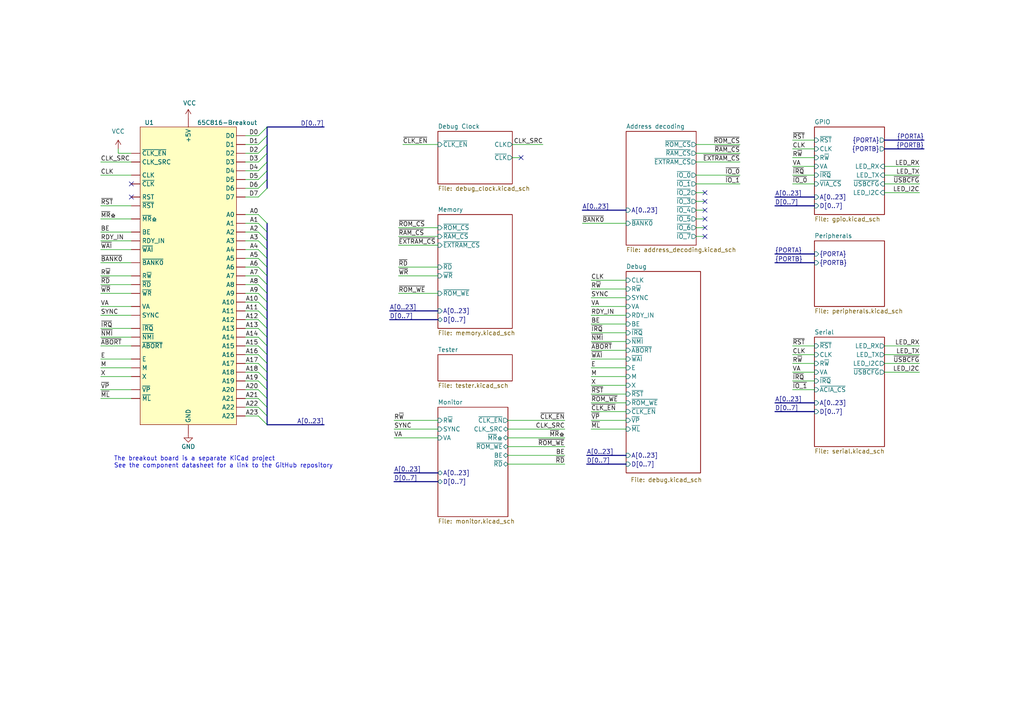
<source format=kicad_sch>
(kicad_sch (version 20211123) (generator eeschema)
  (paper "A4")
  (title_block (title "BB816 Homebrew Computer") (date "2023-05-23") (rev "A.32") (comment 2 "https://github.com/adrienkohlbecker/BB816") (comment 3 "Licensed under CERN-OHL-W v2") (comment 4 "Copyright © 2022-2023 Adrien Kohlbecker"))
  (lib_symbols
    (symbol "65C816:65C816-Breakout"
      (property "Reference" "U" (at -12.7 44.45 0))
      (property "Value" "65C816-Breakout" (at 12.7 44.45 0))
      (symbol "65C816-Breakout_0_1"
        (rectangle (start -13.97 43.18) (end 13.97 -43.18) (fill (type background)))
      )
      (symbol "65C816-Breakout_1_1"
        (pin power_out line (at 0 45.72 270) (length 2.54) (name "+5V") (number ""))
        (pin tri_state line (at 16.51 17.78 180) (length 2.54) (name "A0") (number ""))
        (pin tri_state line (at 16.51 15.24 180) (length 2.54) (name "A1") (number ""))
        (pin tri_state line (at 16.51 -7.62 180) (length 2.54) (name "A10") (number ""))
        (pin tri_state line (at 16.51 -10.16 180) (length 2.54) (name "A11") (number ""))
        (pin tri_state line (at 16.51 -12.7 180) (length 2.54) (name "A12") (number ""))
        (pin tri_state line (at 16.51 -15.24 180) (length 2.54) (name "A13") (number ""))
        (pin tri_state line (at 16.51 -17.78 180) (length 2.54) (name "A14") (number ""))
        (pin tri_state line (at 16.51 -20.32 180) (length 2.54) (name "A15") (number ""))
        (pin bidirectional line (at 16.51 -22.86 180) (length 2.54) (name "A16") (number ""))
        (pin bidirectional line (at 16.51 -25.4 180) (length 2.54) (name "A17") (number ""))
        (pin bidirectional line (at 16.51 -27.94 180) (length 2.54) (name "A18") (number ""))
        (pin bidirectional line (at 16.51 -30.48 180) (length 2.54) (name "A19") (number ""))
        (pin tri_state line (at 16.51 12.7 180) (length 2.54) (name "A2") (number ""))
        (pin bidirectional line (at 16.51 -33.02 180) (length 2.54) (name "A20") (number ""))
        (pin bidirectional line (at 16.51 -35.56 180) (length 2.54) (name "A21") (number ""))
        (pin bidirectional line (at 16.51 -38.1 180) (length 2.54) (name "A22") (number ""))
        (pin bidirectional line (at 16.51 -40.64 180) (length 2.54) (name "A23") (number ""))
        (pin tri_state line (at 16.51 10.16 180) (length 2.54) (name "A3") (number ""))
        (pin tri_state line (at 16.51 7.62 180) (length 2.54) (name "A4") (number ""))
        (pin tri_state line (at 16.51 5.08 180) (length 2.54) (name "A5") (number ""))
        (pin tri_state line (at 16.51 2.54 180) (length 2.54) (name "A6") (number ""))
        (pin tri_state line (at 16.51 0 180) (length 2.54) (name "A7") (number ""))
        (pin tri_state line (at 16.51 -2.54 180) (length 2.54) (name "A8") (number ""))
        (pin tri_state line (at 16.51 -5.08 180) (length 2.54) (name "A9") (number ""))
        (pin input line (at -16.51 12.7 0) (length 2.54) (name "BE") (number ""))
        (pin output line (at -16.51 29.21 0) (length 2.54) (name "CLK") (number ""))
        (pin bidirectional line (at -16.51 33.02 0) (length 2.54) (name "CLK_SRC") (number ""))
        (pin bidirectional line (at 16.51 40.64 180) (length 2.54) (name "D0") (number ""))
        (pin bidirectional line (at 16.51 38.1 180) (length 2.54) (name "D1") (number ""))
        (pin bidirectional line (at 16.51 35.56 180) (length 2.54) (name "D2") (number ""))
        (pin bidirectional line (at 16.51 33.02 180) (length 2.54) (name "D3") (number ""))
        (pin bidirectional line (at 16.51 30.48 180) (length 2.54) (name "D4") (number ""))
        (pin bidirectional line (at 16.51 27.94 180) (length 2.54) (name "D5") (number ""))
        (pin bidirectional line (at 16.51 25.4 180) (length 2.54) (name "D6") (number ""))
        (pin bidirectional line (at 16.51 22.86 180) (length 2.54) (name "D7") (number ""))
        (pin output line (at -16.51 -24.13 0) (length 2.54) (name "E") (number ""))
        (pin power_out line (at 0 -45.72 90) (length 2.54) (name "GND") (number ""))
        (pin output line (at -16.51 -26.67 0) (length 2.54) (name "M") (number ""))
        (pin input line (at -16.51 10.16 0) (length 2.54) (name "RDY_IN") (number ""))
        (pin output line (at -16.51 22.86 0) (length 2.54) (name "RST") (number ""))
        (pin bidirectional line (at -16.51 0 0) (length 2.54) (name "R~{W}") (number ""))
        (pin output line (at -16.51 -11.43 0) (length 2.54) (name "SYNC") (number ""))
        (pin tri_state line (at -16.51 -8.89 0) (length 2.54) (name "VA") (number ""))
        (pin output line (at -16.51 -29.21 0) (length 2.54) (name "X") (number ""))
        (pin input line (at -16.51 -20.32 0) (length 2.54) (name "~{ABORT}") (number ""))
        (pin output line (at -16.51 3.81 0) (length 2.54) (name "~{BANK0}") (number ""))
        (pin input line (at -16.51 35.56 0) (length 2.54) (name "~{CLK_EN}") (number ""))
        (pin output line (at -16.51 26.67 0) (length 2.54) (name "~{CLK}") (number ""))
        (pin input line (at -16.51 -15.24 0) (length 2.54) (name "~{IRQ}") (number ""))
        (pin output line (at -16.51 -35.56 0) (length 2.54) (name "~{ML}") (number ""))
        (pin open_collector line (at -16.51 16.51 0) (length 2.54) (name "~{MR}⎒") (number ""))
        (pin input line (at -16.51 -17.78 0) (length 2.54) (name "~{NMI}") (number ""))
        (pin tri_state line (at -16.51 -2.54 0) (length 2.54) (name "~{RD}") (number ""))
        (pin output line (at -16.51 20.32 0) (length 2.54) (name "~{RST}") (number ""))
        (pin output line (at -16.51 -33.02 0) (length 2.54) (name "~{VP}") (number ""))
        (pin output line (at -16.51 7.62 0) (length 2.54) (name "~{WAI}") (number ""))
        (pin tri_state line (at -16.51 -5.08 0) (length 2.54) (name "~{WR}") (number ""))
      )
    )
    (symbol "power:GND" (power) (pin_names (offset 0))
      (property "Value" "GND" (at 0 -3.81 0))
      (symbol "GND_0_1"
        (polyline (pts (xy 0 0) (xy 0 -1.27) (xy 1.27 -1.27) (xy 0 -2.54) (xy -1.27 -1.27) (xy 0 -1.27)))
      )
      (symbol "GND_1_1"
        (pin power_in line (at 0 0 270) (length 0) hide (name "GND") (number "1"))
      )
    )
    (symbol "power:VCC" (power) (pin_names (offset 0))
      (property "Value" "VCC" (at 0 3.81 0))
      (symbol "VCC_0_1"
        (polyline (pts (xy -0.762 1.27) (xy 0 2.54)))
        (polyline (pts (xy 0 0) (xy 0 2.54)))
        (polyline (pts (xy 0 2.54) (xy 0.762 1.27)))
      )
      (symbol "VCC_1_1"
        (pin power_in line (at 0 0 90) (length 0) hide (name "VCC") (number "1"))
      )
    )
  )
  (no_connect (at 38.1 53.34))
  (no_connect (at 204.47 55.88))
  (no_connect (at 204.47 60.96))
  (no_connect (at 204.47 63.5))
  (no_connect (at 204.47 66.04))
  (no_connect (at 204.47 68.58))
  (no_connect (at 204.47 58.42))
  (no_connect (at 38.1 57.15))
  (no_connect (at 151.13 45.72))
  (bus_entry (at 77.47 105.41) (size -2.54 -2.54))
  (bus_entry (at 77.47 80.01) (size -2.54 -2.54))
  (bus_entry (at 77.47 54.61) (size -2.54 2.54))
  (bus_entry (at 77.47 118.11) (size -2.54 -2.54))
  (bus_entry (at 77.47 85.09) (size -2.54 -2.54))
  (bus_entry (at 77.47 67.31) (size -2.54 -2.54))
  (bus_entry (at 77.47 110.49) (size -2.54 -2.54))
  (bus_entry (at 77.47 49.53) (size -2.54 2.54))
  (bus_entry (at 77.47 74.93) (size -2.54 -2.54))
  (bus_entry (at 77.47 100.33) (size -2.54 -2.54))
  (bus_entry (at 77.47 69.85) (size -2.54 -2.54))
  (bus_entry (at 77.47 44.45) (size -2.54 2.54))
  (bus_entry (at 77.47 97.79) (size -2.54 -2.54))
  (bus_entry (at 77.47 41.91) (size -2.54 2.54))
  (bus_entry (at 77.47 87.63) (size -2.54 -2.54))
  (bus_entry (at 77.47 107.95) (size -2.54 -2.54))
  (bus_entry (at 77.47 64.77) (size -2.54 -2.54))
  (bus_entry (at 77.47 120.65) (size -2.54 -2.54))
  (bus_entry (at 77.47 113.03) (size -2.54 -2.54))
  (bus_entry (at 77.47 102.87) (size -2.54 -2.54))
  (bus_entry (at 77.47 36.83) (size -2.54 2.54))
  (bus_entry (at 77.47 82.55) (size -2.54 -2.54))
  (bus_entry (at 77.47 123.19) (size -2.54 -2.54))
  (bus_entry (at 77.47 46.99) (size -2.54 2.54))
  (bus_entry (at 77.47 90.17) (size -2.54 -2.54))
  (bus_entry (at 77.47 72.39) (size -2.54 -2.54))
  (bus_entry (at 77.47 92.71) (size -2.54 -2.54))
  (bus_entry (at 77.47 95.25) (size -2.54 -2.54))
  (bus_entry (at 77.47 115.57) (size -2.54 -2.54))
  (bus_entry (at 77.47 77.47) (size -2.54 -2.54))
  (bus_entry (at 77.47 39.37) (size -2.54 2.54))
  (bus_entry (at 77.47 52.07) (size -2.54 2.54))
  (wire (pts (xy 71.12 102.87) (xy 74.93 102.87)))
  (wire (pts (xy 71.12 54.61) (xy 74.93 54.61)))
  (wire (pts (xy 171.45 99.06) (xy 181.61 99.06)))
  (wire (pts (xy 71.12 41.91) (xy 74.93 41.91)))
  (wire (pts (xy 147.32 134.62) (xy 163.83 134.62)))
  (bus (pts (xy 113.03 90.17) (xy 127 90.17)))
  (wire (pts (xy 201.93 60.96) (xy 204.47 60.96)))
  (wire (pts (xy 171.45 106.68) (xy 181.61 106.68)))
  (wire (pts (xy 38.1 97.79) (xy 29.21 97.79)))
  (wire (pts (xy 71.12 90.17) (xy 74.93 90.17)))
  (bus (pts (xy 77.47 113.03) (xy 77.47 115.57)))
  (wire (pts (xy 115.57 77.47) (xy 127 77.47)))
  (wire (pts (xy 34.29 43.18) (xy 34.29 44.45)))
  (wire (pts (xy 201.93 63.5) (xy 204.47 63.5)))
  (wire (pts (xy 71.12 113.03) (xy 74.93 113.03)))
  (wire (pts (xy 229.87 40.64) (xy 236.22 40.64)))
  (wire (pts (xy 229.87 113.03) (xy 236.22 113.03)))
  (bus (pts (xy 77.47 72.39) (xy 77.47 74.93)))
  (wire (pts (xy 71.12 118.11) (xy 74.93 118.11)))
  (bus (pts (xy 77.47 46.99) (xy 77.47 49.53)))
  (wire (pts (xy 171.45 116.84) (xy 181.61 116.84)))
  (wire (pts (xy 29.21 50.8) (xy 38.1 50.8)))
  (wire (pts (xy 71.12 120.65) (xy 74.93 120.65)))
  (wire (pts (xy 71.12 49.53) (xy 74.93 49.53)))
  (bus (pts (xy 77.47 102.87) (xy 77.47 105.41)))
  (wire (pts (xy 38.1 69.85) (xy 29.21 69.85)))
  (wire (pts (xy 256.54 55.88) (xy 266.7 55.88)))
  (wire (pts (xy 201.93 41.91) (xy 214.63 41.91)))
  (wire (pts (xy 181.61 96.52) (xy 171.45 96.52)))
  (bus (pts (xy 77.47 41.91) (xy 77.47 44.45)))
  (wire (pts (xy 256.54 107.95) (xy 266.7 107.95)))
  (wire (pts (xy 229.87 105.41) (xy 236.22 105.41)))
  (bus (pts (xy 77.47 85.09) (xy 77.47 87.63)))
  (bus (pts (xy 77.47 120.65) (xy 77.47 123.19)))
  (bus (pts (xy 77.47 36.83) (xy 77.47 39.37)))
  (wire (pts (xy 29.21 59.69) (xy 38.1 59.69)))
  (bus (pts (xy 224.79 57.15) (xy 236.22 57.15)))
  (wire (pts (xy 114.3 124.46) (xy 127 124.46)))
  (wire (pts (xy 71.12 115.57) (xy 74.93 115.57)))
  (wire (pts (xy 256.54 50.8) (xy 266.7 50.8)))
  (wire (pts (xy 256.54 105.41) (xy 266.7 105.41)))
  (wire (pts (xy 71.12 39.37) (xy 74.93 39.37)))
  (wire (pts (xy 29.21 109.22) (xy 38.1 109.22)))
  (wire (pts (xy 71.12 97.79) (xy 74.93 97.79)))
  (bus (pts (xy 77.47 44.45) (xy 77.47 46.99)))
  (bus (pts (xy 77.47 74.93) (xy 77.47 77.47)))
  (wire (pts (xy 229.87 43.18) (xy 236.22 43.18)))
  (wire (pts (xy 71.12 77.47) (xy 74.93 77.47)))
  (wire (pts (xy 171.45 101.6) (xy 181.61 101.6)))
  (wire (pts (xy 71.12 74.93) (xy 74.93 74.93)))
  (wire (pts (xy 71.12 62.23) (xy 74.93 62.23)))
  (wire (pts (xy 71.12 82.55) (xy 74.93 82.55)))
  (wire (pts (xy 71.12 110.49) (xy 74.93 110.49)))
  (wire (pts (xy 256.54 100.33) (xy 266.7 100.33)))
  (wire (pts (xy 229.87 110.49) (xy 236.22 110.49)))
  (wire (pts (xy 115.57 66.04) (xy 127 66.04)))
  (wire (pts (xy 171.45 121.92) (xy 181.61 121.92)))
  (wire (pts (xy 171.45 88.9) (xy 181.61 88.9)))
  (bus (pts (xy 77.47 82.55) (xy 77.47 85.09)))
  (wire (pts (xy 229.87 45.72) (xy 236.22 45.72)))
  (wire (pts (xy 171.45 83.82) (xy 181.61 83.82)))
  (bus (pts (xy 77.47 80.01) (xy 77.47 82.55)))
  (wire (pts (xy 115.57 80.01) (xy 127 80.01)))
  (bus (pts (xy 77.47 115.57) (xy 77.47 118.11)))
  (wire (pts (xy 29.21 104.14) (xy 38.1 104.14)))
  (wire (pts (xy 71.12 44.45) (xy 74.93 44.45)))
  (wire (pts (xy 71.12 105.41) (xy 74.93 105.41)))
  (bus (pts (xy 77.47 97.79) (xy 77.47 100.33)))
  (wire (pts (xy 71.12 64.77) (xy 74.93 64.77)))
  (wire (pts (xy 71.12 85.09) (xy 74.93 85.09)))
  (wire (pts (xy 29.21 91.44) (xy 38.1 91.44)))
  (bus (pts (xy 256.54 43.18) (xy 267.97 43.18)))
  (wire (pts (xy 171.45 114.3) (xy 181.61 114.3)))
  (wire (pts (xy 71.12 80.01) (xy 74.93 80.01)))
  (wire (pts (xy 29.21 72.39) (xy 38.1 72.39)))
  (wire (pts (xy 71.12 52.07) (xy 74.93 52.07)))
  (wire (pts (xy 171.45 91.44) (xy 181.61 91.44)))
  (wire (pts (xy 201.93 50.8) (xy 214.63 50.8)))
  (wire (pts (xy 148.59 41.91) (xy 157.48 41.91)))
  (wire (pts (xy 256.54 48.26) (xy 266.7 48.26)))
  (bus (pts (xy 93.98 36.83) (xy 77.47 36.83)))
  (wire (pts (xy 29.21 100.33) (xy 38.1 100.33)))
  (bus (pts (xy 113.03 92.71) (xy 127 92.71)))
  (wire (pts (xy 29.21 106.68) (xy 38.1 106.68)))
  (bus (pts (xy 77.47 105.41) (xy 77.47 107.95)))
  (wire (pts (xy 71.12 87.63) (xy 74.93 87.63)))
  (bus (pts (xy 77.47 92.71) (xy 77.47 95.25)))
  (wire (pts (xy 34.29 44.45) (xy 38.1 44.45)))
  (wire (pts (xy 71.12 100.33) (xy 74.93 100.33)))
  (wire (pts (xy 147.32 124.46) (xy 163.83 124.46)))
  (wire (pts (xy 163.83 121.92) (xy 147.32 121.92)))
  (wire (pts (xy 38.1 95.25) (xy 29.21 95.25)))
  (wire (pts (xy 29.21 113.03) (xy 38.1 113.03)))
  (bus (pts (xy 77.47 52.07) (xy 77.47 54.61)))
  (wire (pts (xy 181.61 86.36) (xy 171.45 86.36)))
  (bus (pts (xy 224.79 119.38) (xy 236.22 119.38)))
  (wire (pts (xy 171.45 111.76) (xy 181.61 111.76)))
  (bus (pts (xy 168.91 60.96) (xy 181.61 60.96)))
  (wire (pts (xy 114.3 127) (xy 127 127)))
  (wire (pts (xy 29.21 63.5) (xy 38.1 63.5)))
  (wire (pts (xy 171.45 119.38) (xy 181.61 119.38)))
  (wire (pts (xy 71.12 107.95) (xy 74.93 107.95)))
  (bus (pts (xy 77.47 100.33) (xy 77.47 102.87)))
  (bus (pts (xy 77.47 107.95) (xy 77.47 110.49)))
  (wire (pts (xy 171.45 124.46) (xy 181.61 124.46)))
  (wire (pts (xy 171.45 104.14) (xy 181.61 104.14)))
  (wire (pts (xy 256.54 53.34) (xy 266.7 53.34)))
  (bus (pts (xy 224.79 59.69) (xy 236.22 59.69)))
  (wire (pts (xy 201.93 68.58) (xy 204.47 68.58)))
  (wire (pts (xy 171.45 109.22) (xy 181.61 109.22)))
  (bus (pts (xy 181.61 134.62) (xy 170.18 134.62)))
  (wire (pts (xy 71.12 92.71) (xy 74.93 92.71)))
  (bus (pts (xy 77.47 64.77) (xy 77.47 67.31)))
  (bus (pts (xy 77.47 69.85) (xy 77.47 72.39)))
  (wire (pts (xy 29.21 115.57) (xy 38.1 115.57)))
  (wire (pts (xy 163.83 127) (xy 147.32 127)))
  (wire (pts (xy 114.3 121.92) (xy 127 121.92)))
  (wire (pts (xy 168.91 64.77) (xy 181.61 64.77)))
  (bus (pts (xy 77.47 39.37) (xy 77.47 41.91)))
  (wire (pts (xy 71.12 57.15) (xy 74.93 57.15)))
  (wire (pts (xy 115.57 85.09) (xy 127 85.09)))
  (wire (pts (xy 38.1 46.99) (xy 29.21 46.99)))
  (wire (pts (xy 229.87 100.33) (xy 236.22 100.33)))
  (bus (pts (xy 77.47 118.11) (xy 77.47 120.65)))
  (wire (pts (xy 229.87 50.8) (xy 236.22 50.8)))
  (wire (pts (xy 116.84 41.91) (xy 127 41.91)))
  (bus (pts (xy 114.3 139.7) (xy 127 139.7)))
  (bus (pts (xy 77.47 110.49) (xy 77.47 113.03)))
  (wire (pts (xy 71.12 95.25) (xy 74.93 95.25)))
  (wire (pts (xy 201.93 53.34) (xy 214.63 53.34)))
  (wire (pts (xy 229.87 102.87) (xy 236.22 102.87)))
  (bus (pts (xy 77.47 90.17) (xy 77.47 92.71)))
  (bus (pts (xy 236.22 76.2) (xy 224.79 76.2)))
  (wire (pts (xy 256.54 102.87) (xy 266.7 102.87)))
  (bus (pts (xy 77.47 87.63) (xy 77.47 90.17)))
  (wire (pts (xy 71.12 46.99) (xy 74.93 46.99)))
  (wire (pts (xy 29.21 76.2) (xy 38.1 76.2)))
  (wire (pts (xy 229.87 107.95) (xy 236.22 107.95)))
  (bus (pts (xy 77.47 95.25) (xy 77.47 97.79)))
  (wire (pts (xy 29.21 82.55) (xy 38.1 82.55)))
  (wire (pts (xy 38.1 67.31) (xy 29.21 67.31)))
  (wire (pts (xy 201.93 46.99) (xy 214.63 46.99)))
  (wire (pts (xy 171.45 81.28) (xy 181.61 81.28)))
  (bus (pts (xy 77.47 77.47) (xy 77.47 80.01)))
  (wire (pts (xy 29.21 85.09) (xy 38.1 85.09)))
  (wire (pts (xy 171.45 93.98) (xy 181.61 93.98)))
  (wire (pts (xy 201.93 66.04) (xy 204.47 66.04)))
  (bus (pts (xy 224.79 116.84) (xy 236.22 116.84)))
  (wire (pts (xy 29.21 88.9) (xy 38.1 88.9)))
  (wire (pts (xy 229.87 48.26) (xy 236.22 48.26)))
  (bus (pts (xy 236.22 73.66) (xy 224.79 73.66)))
  (bus (pts (xy 77.47 67.31) (xy 77.47 69.85)))
  (bus (pts (xy 114.3 137.16) (xy 127 137.16)))
  (wire (pts (xy 147.32 129.54) (xy 163.83 129.54)))
  (wire (pts (xy 71.12 67.31) (xy 74.93 67.31)))
  (bus (pts (xy 93.98 123.19) (xy 77.47 123.19)))
  (wire (pts (xy 71.12 69.85) (xy 74.93 69.85)))
  (wire (pts (xy 71.12 72.39) (xy 74.93 72.39)))
  (bus (pts (xy 77.47 49.53) (xy 77.47 52.07)))
  (wire (pts (xy 115.57 68.58) (xy 127 68.58)))
  (wire (pts (xy 151.13 45.72) (xy 148.59 45.72)))
  (wire (pts (xy 147.32 132.08) (xy 163.83 132.08)))
  (bus (pts (xy 256.54 40.64) (xy 267.97 40.64)))
  (wire (pts (xy 201.93 58.42) (xy 204.47 58.42)))
  (bus (pts (xy 170.18 132.08) (xy 181.61 132.08)))
  (wire (pts (xy 201.93 55.88) (xy 204.47 55.88)))
  (wire (pts (xy 29.21 80.01) (xy 38.1 80.01)))
  (wire (pts (xy 115.57 71.12) (xy 127 71.12)))
  (wire (pts (xy 201.93 44.45) (xy 214.63 44.45)))
  (wire (pts (xy 229.87 53.34) (xy 236.22 53.34)))
  (text "The breakout board is a separate KiCad project\nSee the component datasheet for a link to the GitHub repository" (at 33.02 135.89 0) (effects (font (size 1.27 1.27)) (justify left bottom)))
  (label "LED_RX" (at 266.7 48.26 180))
  (label "~{USBCFG}" (at 266.7 53.34 180))
  (label "A8" (at 74.93 82.55 180))
  (label "~{IRQ}" (at 229.87 50.8 0))
  (label "M" (at 29.21 106.68 0))
  (label "~{ROM_WE}" (at 115.57 85.09 0))
  (label "VA" (at 229.87 48.26 0))
  (label "~{EXTRAM_CS}" (at 214.63 46.99 180))
  (label "A[0..23]" (at 114.3 137.16 0))
  (label "R~{W}" (at 114.3 121.92 0))
  (label "A9" (at 74.93 85.09 180))
  (label "D0" (at 74.93 39.37 180))
  (label "D4" (at 74.93 49.53 180))
  (label "D6" (at 74.93 54.61 180))
  (label "A23" (at 74.93 120.65 180))
  (label "A10" (at 74.93 87.63 180))
  (label "CLK" (at 229.87 102.87 0))
  (label "E" (at 171.45 106.68 0))
  (label "~{ROM_CS}" (at 115.57 66.04 0))
  (label "D1" (at 74.93 41.91 180))
  (label "{PORTA}" (at 224.79 73.66 0))
  (label "~{RST}" (at 171.45 114.3 0))
  (label "A5" (at 74.93 74.93 180))
  (label "A[0..23]" (at 224.79 116.84 0))
  (label "R~{W}" (at 229.87 105.41 0))
  (label "~{IO_0}" (at 229.87 53.34 0))
  (label "VA" (at 229.87 107.95 0))
  (label "{PORTB}" (at 267.97 43.18 180))
  (label "M" (at 171.45 109.22 0))
  (label "D[0..7]" (at 93.98 36.83 180))
  (label "~{WAI}" (at 29.21 72.39 0))
  (label "A[0..23]" (at 93.98 123.19 180))
  (label "VA" (at 29.21 88.9 0))
  (label "A[0..23]" (at 113.03 90.17 0))
  (label "A0" (at 74.93 62.23 180))
  (label "LED_TX" (at 266.7 50.8 180))
  (label "D[0..7]" (at 224.79 59.69 0))
  (label "R~{W}" (at 171.45 83.82 0))
  (label "D7" (at 74.93 57.15 180))
  (label "~{RST}" (at 29.21 59.69 0))
  (label "~{WR}" (at 115.57 80.01 0))
  (label "A3" (at 74.93 69.85 180))
  (label "BE" (at 171.45 93.98 0))
  (label "~{RAM_CS}" (at 214.63 44.45 180))
  (label "RDY_IN" (at 29.21 69.85 0))
  (label "A6" (at 74.93 77.47 180))
  (label "R~{W}" (at 29.21 80.01 0))
  (label "{PORTB}" (at 224.79 76.2 0))
  (label "A12" (at 74.93 92.71 180))
  (label "~{VP}" (at 29.21 113.03 0))
  (label "A4" (at 74.93 72.39 180))
  (label "~{RD}" (at 163.83 134.62 180))
  (label "CLK" (at 229.87 43.18 0))
  (label "A11" (at 74.93 90.17 180))
  (label "A20" (at 74.93 113.03 180))
  (label "~{ML}" (at 171.45 124.46 0))
  (label "~{IRQ}" (at 229.87 110.49 0))
  (label "~{ABORT}" (at 29.21 100.33 0))
  (label "LED_I2C" (at 266.7 107.95 180))
  (label "A7" (at 74.93 80.01 180))
  (label "CLK_SRC" (at 29.21 46.99 0))
  (label "SYNC" (at 171.45 86.36 0))
  (label "D[0..7]" (at 224.79 119.38 0))
  (label "A[0..23]" (at 168.91 60.96 0))
  (label "A16" (at 74.93 102.87 180))
  (label "LED_RX" (at 266.7 100.33 180))
  (label "CLK" (at 29.21 50.8 0))
  (label "~{WR}" (at 29.21 85.09 0))
  (label "CLK_SRC" (at 157.48 41.91 180))
  (label "~{RD}" (at 115.57 77.47 0))
  (label "~{IO_1}" (at 229.87 113.03 0))
  (label "CLK" (at 171.45 81.28 0))
  (label "LED_I2C" (at 266.7 55.88 180))
  (label "RDY_IN" (at 171.45 91.44 0))
  (label "~{BANK0}" (at 168.91 64.77 0))
  (label "VA" (at 171.45 88.9 0))
  (label "D[0..7]" (at 113.03 92.71 0))
  (label "~{IRQ}" (at 171.45 96.52 0))
  (label "A17" (at 74.93 105.41 180))
  (label "~{NMI}" (at 29.21 97.79 0))
  (label "A1" (at 74.93 64.77 180))
  (label "A15" (at 74.93 100.33 180))
  (label "~{ROM_WE}" (at 171.45 116.84 0))
  (label "~{EXTRAM_CS}" (at 115.57 71.12 0))
  (label "LED_TX" (at 266.7 102.87 180))
  (label "X" (at 29.21 109.22 0))
  (label "D[0..7]" (at 114.3 139.7 0))
  (label "D5" (at 74.93 52.07 180))
  (label "SYNC" (at 29.21 91.44 0))
  (label "R~{W}" (at 229.87 45.72 0))
  (label "~{ABORT}" (at 171.45 101.6 0))
  (label "~{USBCFG}" (at 266.7 105.41 180))
  (label "E" (at 29.21 104.14 0))
  (label "~{IO_1}" (at 214.63 53.34 180))
  (label "~{CLK_EN}" (at 116.84 41.91 0))
  (label "~{WAI}" (at 171.45 104.14 0))
  (label "~{CLK_EN}" (at 163.83 121.92 180))
  (label "CLK_SRC" (at 163.83 124.46 180))
  (label "{PORTA}" (at 267.97 40.64 180))
  (label "~{VP}" (at 171.45 121.92 0))
  (label "A18" (at 74.93 107.95 180))
  (label "~{RST}" (at 229.87 100.33 0))
  (label "D2" (at 74.93 44.45 180))
  (label "X" (at 171.45 111.76 0))
  (label "~{IRQ}" (at 29.21 95.25 0))
  (label "A2" (at 74.93 67.31 180))
  (label "~{CLK_EN}" (at 171.45 119.38 0))
  (label "A22" (at 74.93 118.11 180))
  (label "BE" (at 163.83 132.08 180))
  (label "~{MR}⎒" (at 29.21 63.5 0))
  (label "A[0..23]" (at 170.18 132.08 0))
  (label "~{ROM_WE}" (at 163.83 129.54 180))
  (label "A14" (at 74.93 97.79 180))
  (label "~{BANK0}" (at 29.21 76.2 0))
  (label "BE" (at 29.21 67.31 0))
  (label "~{RAM_CS}" (at 115.57 68.58 0))
  (label "~{ROM_CS}" (at 214.63 41.91 180))
  (label "SYNC" (at 114.3 124.46 0))
  (label "A13" (at 74.93 95.25 180))
  (label "A19" (at 74.93 110.49 180))
  (label "~{RD}" (at 29.21 82.55 0))
  (label "~{NMI}" (at 171.45 99.06 0))
  (label "~{MR}⎒" (at 163.83 127 180))
  (label "A[0..23]" (at 224.79 57.15 0))
  (label "~{IO_0}" (at 214.63 50.8 180))
  (label "D3" (at 74.93 46.99 180))
  (label "A21" (at 74.93 115.57 180))
  (label "D[0..7]" (at 170.18 134.62 0))
  (label "VA" (at 114.3 127 0))
  (label "~{RST}" (at 229.87 40.64 0))
  (label "~{ML}" (at 29.21 115.57 0))
  (symbol (lib_id "power:VCC") (at 34.29 43.18 0) (unit 1)
    (property "Reference" "#PWR01" (effects hide))
    (property "Value" "VCC" (at 34.29 38.1 0))
  )
  (symbol (lib_id "65C816:65C816-Breakout") (at 54.61 80.01 0) (unit 1)
    (property "Reference" "U1" (at 41.91 35.56 0) (effects (justify left)))
    (property "Value" "65C816-Breakout" (at 57.15 35.56 0) (effects (justify left)))
    (property "Datasheet" "https://github.com/adrienkohlbecker/BB816/tree/main/hardware/breakout" (effects hide))
  )
  (symbol (lib_id "power:VCC") (at 54.61 34.29 0) (unit 1)
    (property "Reference" "#PWR02" (effects hide))
    (property "Value" "VCC" (at 54.991 29.8958 0))
  )
  (symbol (lib_id "power:GND") (at 54.61 125.73 0) (unit 1)
    (property "Reference" "#PWR03" (effects hide))
    (property "Value" "GND" (at 54.61 129.54 0))
  )
  (sheet (at 127 38.1) (size 21.59 15.24)
    (property "Sheet name" "Debug Clock" (at 127 37.3884 0) (effects (justify left bottom)))
    (property "Sheet file" "debug_clock.kicad_sch" (at 127 53.9246 0) (effects (justify left top)))
    (pin "CLK" output (at 148.59 41.91 0))
    (pin "~{CLK}" output (at 148.59 45.72 0))
    (pin "~{CLK_EN}" input (at 127 41.91 180))
  )
  (sheet (at 181.61 78.74) (size 21.59 58.42)
    (property "Sheet name" "Debug" (at 181.61 78.0284 0) (effects (justify left bottom)))
    (property "Sheet file" "debug.kicad_sch" (at 182.88 138.43 0) (effects (justify left top)))
    (pin "R~{W}" input (at 181.61 83.82 180))
    (pin "~{IRQ}" input (at 181.61 96.52 180))
    (pin "BE" input (at 181.61 93.98 180))
    (pin "~{NMI}" input (at 181.61 99.06 180))
    (pin "~{WAI}" input (at 181.61 104.14 180))
    (pin "D[0..7]" input (at 181.61 134.62 180))
    (pin "E" input (at 181.61 106.68 180))
    (pin "RDY_IN" input (at 181.61 91.44 180))
    (pin "A[0..23]" input (at 181.61 132.08 180))
    (pin "~{RST}" input (at 181.61 114.3 180))
    (pin "SYNC" input (at 181.61 86.36 180))
    (pin "VA" input (at 181.61 88.9 180))
    (pin "CLK" input (at 181.61 81.28 180))
    (pin "M" input (at 181.61 109.22 180))
    (pin "~{ABORT}" input (at 181.61 101.6 180))
    (pin "~{ML}" input (at 181.61 124.46 180))
    (pin "~{ROM_WE}" input (at 181.61 116.84 180))
    (pin "~{CLK_EN}" input (at 181.61 119.38 180))
    (pin "~{VP}" input (at 181.61 121.92 180))
    (pin "X" input (at 181.61 111.76 180))
  )
  (sheet (at 127 102.87) (size 21.59 7.62)
    (property "Sheet name" "Tester" (at 127 102.1584 0) (effects (justify left bottom)))
    (property "Sheet file" "tester.kicad_sch" (at 127 111.0746 0) (effects (justify left top)))
  )
  (sheet (at 127 62.23) (size 21.59 33.02) (stroke (width 0.1524))
    (property "Sheet name" "Memory" (at 127 61.5184 0) (effects (justify left bottom)))
    (property "Sheet file" "memory.kicad_sch" (at 127 95.8346 0) (effects (justify left top)))
    (pin "D[0..7]" bidirectional (at 127 92.71 180))
    (pin "~{ROM_CS}" input (at 127 66.04 180))
    (pin "~{RD}" input (at 127 77.47 180))
    (pin "~{WR}" input (at 127 80.01 180))
    (pin "~{RAM_CS}" input (at 127 68.58 180))
    (pin "~{ROM_WE}" input (at 127 85.09 180))
    (pin "A[0..23]" input (at 127 90.17 180))
    (pin "~{EXTRAM_CS}" input (at 127 71.12 180))
  )
  (sheet (at 236.22 97.79) (size 20.32 31.75) (stroke (width 0.1524))
    (property "Sheet name" "Serial" (at 236.22 97.0784 0) (effects (justify left bottom)))
    (property "Sheet file" "serial.kicad_sch" (at 236.22 130.1246 0) (effects (justify left top)))
    (pin "CLK" input (at 236.22 102.87 180))
    (pin "VA" input (at 236.22 107.95 180))
    (pin "R~{W}" input (at 236.22 105.41 180))
    (pin "~{RST}" input (at 236.22 100.33 180))
    (pin "A[0..23]" input (at 236.22 116.84 180))
    (pin "D[0..7]" input (at 236.22 119.38 180))
    (pin "~{IRQ}" input (at 236.22 110.49 180))
    (pin "~{ACIA_CS}" input (at 236.22 113.03 180))
    (pin "LED_RX" output (at 256.54 100.33 0))
    (pin "~{USBCFG}" output (at 256.54 107.95 0))
    (pin "LED_I2C" output (at 256.54 105.41 0))
    (pin "LED_TX" output (at 256.54 102.87 0))
  )
  (sheet (at 236.22 69.85) (size 20.32 19.05) (stroke (width 0.1524))
    (property "Sheet name" "Peripherals" (at 236.22 69.1384 0) (effects (justify left bottom)))
    (property "Sheet file" "peripherals.kicad_sch" (at 236.22 89.4846 0) (effects (justify left top)))
    (pin "{PORTA}" input (at 236.22 73.66 180))
    (pin "{PORTB}" input (at 236.22 76.2 180))
  )
  (sheet (at 127 118.11) (size 20.32 31.75) (stroke (width 0.1524))
    (property "Sheet name" "Monitor" (at 127 117.3984 0) (effects (justify left bottom)))
    (property "Sheet file" "monitor.kicad_sch" (at 127 150.4446 0) (effects (justify left top)))
    (pin "R~{W}" input (at 127 121.92 180))
    (pin "SYNC" input (at 127 124.46 180))
    (pin "VA" input (at 127 127 180))
    (pin "~{CLK_EN}" output (at 147.32 121.92 0))
    (pin "A[0..23]" bidirectional (at 127 137.16 180))
    (pin "D[0..7]" bidirectional (at 127 139.7 180))
    (pin "~{RD}" tri_state (at 147.32 134.62 0))
    (pin "BE" tri_state (at 147.32 132.08 0))
    (pin "~{MR}⎒" bidirectional (at 147.32 127 0))
    (pin "~{ROM_WE}" tri_state (at 147.32 129.54 0))
    (pin "CLK_SRC" tri_state (at 147.32 124.46 0))
  )
  (sheet (at 236.22 36.83) (size 20.32 25.4) (stroke (width 0.1524))
    (property "Sheet name" "GPIO" (at 236.22 36.1184 0) (effects (justify left bottom)))
    (property "Sheet file" "gpio.kicad_sch" (at 236.22 62.8146 0) (effects (justify left top)))
    (pin "~{VIA_CS}" input (at 236.22 53.34 180))
    (pin "D[0..7]" input (at 236.22 59.69 180))
    (pin "A[0..23]" input (at 236.22 57.15 180))
    (pin "~{RST}" input (at 236.22 40.64 180))
    (pin "R~{W}" input (at 236.22 45.72 180))
    (pin "CLK" input (at 236.22 43.18 180))
    (pin "~{IRQ}" input (at 236.22 50.8 180))
    (pin "VA" input (at 236.22 48.26 180))
    (pin "{PORTA}" output (at 256.54 40.64 0))
    (pin "{PORTB}" output (at 256.54 43.18 0))
    (pin "LED_TX" input (at 256.54 50.8 0))
    (pin "LED_RX" input (at 256.54 48.26 0))
    (pin "~{USBCFG}" input (at 256.54 53.34 0))
    (pin "LED_I2C" input (at 256.54 55.88 0))
  )
  (sheet (at 181.61 38.1) (size 20.32 33.02) (stroke (width 0.1524))
    (property "Sheet name" "Address decoding" (at 181.61 37.3884 0) (effects (justify left bottom)))
    (property "Sheet file" "address_decoding.kicad_sch" (at 181.61 71.7046 0) (effects (justify left top)))
    (pin "~{ROM_CS}" output (at 201.93 41.91 0))
    (pin "~{RAM_CS}" output (at 201.93 44.45 0))
    (pin "A[0..23]" input (at 181.61 60.96 180))
    (pin "~{EXTRAM_CS}" output (at 201.93 46.99 0))
    (pin "~{IO_0}" output (at 201.93 50.8 0))
    (pin "~{IO_6}" output (at 201.93 66.04 0))
    (pin "~{IO_5}" output (at 201.93 63.5 0))
    (pin "~{IO_1}" output (at 201.93 53.34 0))
    (pin "~{IO_4}" output (at 201.93 60.96 0))
    (pin "~{IO_7}" output (at 201.93 68.58 0))
    (pin "~{IO_3}" output (at 201.93 58.42 0))
    (pin "~{IO_2}" output (at 201.93 55.88 0))
    (pin "~{BANK0}" input (at 181.61 64.77 180))
  )
)
</source>
